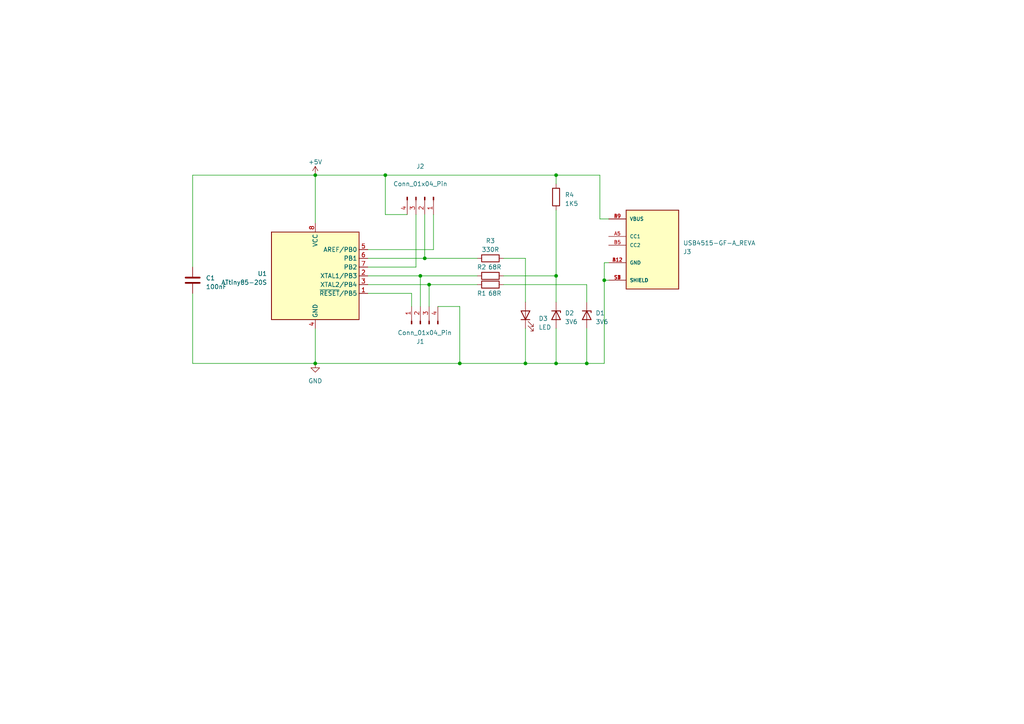
<source format=kicad_sch>
(kicad_sch (version 20230121) (generator eeschema)

  (uuid 2794446f-24fa-4481-a228-47f1426ff09f)

  (paper "A4")

  (lib_symbols
    (symbol "Connector:Conn_01x04_Pin" (pin_names (offset 1.016) hide) (in_bom yes) (on_board yes)
      (property "Reference" "J" (at 0 5.08 0)
        (effects (font (size 1.27 1.27)))
      )
      (property "Value" "Conn_01x04_Pin" (at 0 -7.62 0)
        (effects (font (size 1.27 1.27)))
      )
      (property "Footprint" "" (at 0 0 0)
        (effects (font (size 1.27 1.27)) hide)
      )
      (property "Datasheet" "~" (at 0 0 0)
        (effects (font (size 1.27 1.27)) hide)
      )
      (property "ki_locked" "" (at 0 0 0)
        (effects (font (size 1.27 1.27)))
      )
      (property "ki_keywords" "connector" (at 0 0 0)
        (effects (font (size 1.27 1.27)) hide)
      )
      (property "ki_description" "Generic connector, single row, 01x04, script generated" (at 0 0 0)
        (effects (font (size 1.27 1.27)) hide)
      )
      (property "ki_fp_filters" "Connector*:*_1x??_*" (at 0 0 0)
        (effects (font (size 1.27 1.27)) hide)
      )
      (symbol "Conn_01x04_Pin_1_1"
        (polyline
          (pts
            (xy 1.27 -5.08)
            (xy 0.8636 -5.08)
          )
          (stroke (width 0.1524) (type default))
          (fill (type none))
        )
        (polyline
          (pts
            (xy 1.27 -2.54)
            (xy 0.8636 -2.54)
          )
          (stroke (width 0.1524) (type default))
          (fill (type none))
        )
        (polyline
          (pts
            (xy 1.27 0)
            (xy 0.8636 0)
          )
          (stroke (width 0.1524) (type default))
          (fill (type none))
        )
        (polyline
          (pts
            (xy 1.27 2.54)
            (xy 0.8636 2.54)
          )
          (stroke (width 0.1524) (type default))
          (fill (type none))
        )
        (rectangle (start 0.8636 -4.953) (end 0 -5.207)
          (stroke (width 0.1524) (type default))
          (fill (type outline))
        )
        (rectangle (start 0.8636 -2.413) (end 0 -2.667)
          (stroke (width 0.1524) (type default))
          (fill (type outline))
        )
        (rectangle (start 0.8636 0.127) (end 0 -0.127)
          (stroke (width 0.1524) (type default))
          (fill (type outline))
        )
        (rectangle (start 0.8636 2.667) (end 0 2.413)
          (stroke (width 0.1524) (type default))
          (fill (type outline))
        )
        (pin passive line (at 5.08 2.54 180) (length 3.81)
          (name "Pin_1" (effects (font (size 1.27 1.27))))
          (number "1" (effects (font (size 1.27 1.27))))
        )
        (pin passive line (at 5.08 0 180) (length 3.81)
          (name "Pin_2" (effects (font (size 1.27 1.27))))
          (number "2" (effects (font (size 1.27 1.27))))
        )
        (pin passive line (at 5.08 -2.54 180) (length 3.81)
          (name "Pin_3" (effects (font (size 1.27 1.27))))
          (number "3" (effects (font (size 1.27 1.27))))
        )
        (pin passive line (at 5.08 -5.08 180) (length 3.81)
          (name "Pin_4" (effects (font (size 1.27 1.27))))
          (number "4" (effects (font (size 1.27 1.27))))
        )
      )
    )
    (symbol "Device:C" (pin_numbers hide) (pin_names (offset 0.254)) (in_bom yes) (on_board yes)
      (property "Reference" "C" (at 0.635 2.54 0)
        (effects (font (size 1.27 1.27)) (justify left))
      )
      (property "Value" "C" (at 0.635 -2.54 0)
        (effects (font (size 1.27 1.27)) (justify left))
      )
      (property "Footprint" "" (at 0.9652 -3.81 0)
        (effects (font (size 1.27 1.27)) hide)
      )
      (property "Datasheet" "~" (at 0 0 0)
        (effects (font (size 1.27 1.27)) hide)
      )
      (property "ki_keywords" "cap capacitor" (at 0 0 0)
        (effects (font (size 1.27 1.27)) hide)
      )
      (property "ki_description" "Unpolarized capacitor" (at 0 0 0)
        (effects (font (size 1.27 1.27)) hide)
      )
      (property "ki_fp_filters" "C_*" (at 0 0 0)
        (effects (font (size 1.27 1.27)) hide)
      )
      (symbol "C_0_1"
        (polyline
          (pts
            (xy -2.032 -0.762)
            (xy 2.032 -0.762)
          )
          (stroke (width 0.508) (type default))
          (fill (type none))
        )
        (polyline
          (pts
            (xy -2.032 0.762)
            (xy 2.032 0.762)
          )
          (stroke (width 0.508) (type default))
          (fill (type none))
        )
      )
      (symbol "C_1_1"
        (pin passive line (at 0 3.81 270) (length 2.794)
          (name "~" (effects (font (size 1.27 1.27))))
          (number "1" (effects (font (size 1.27 1.27))))
        )
        (pin passive line (at 0 -3.81 90) (length 2.794)
          (name "~" (effects (font (size 1.27 1.27))))
          (number "2" (effects (font (size 1.27 1.27))))
        )
      )
    )
    (symbol "Device:D_Zener" (pin_numbers hide) (pin_names (offset 1.016) hide) (in_bom yes) (on_board yes)
      (property "Reference" "D" (at 0 2.54 0)
        (effects (font (size 1.27 1.27)))
      )
      (property "Value" "D_Zener" (at 0 -2.54 0)
        (effects (font (size 1.27 1.27)))
      )
      (property "Footprint" "" (at 0 0 0)
        (effects (font (size 1.27 1.27)) hide)
      )
      (property "Datasheet" "~" (at 0 0 0)
        (effects (font (size 1.27 1.27)) hide)
      )
      (property "ki_keywords" "diode" (at 0 0 0)
        (effects (font (size 1.27 1.27)) hide)
      )
      (property "ki_description" "Zener diode" (at 0 0 0)
        (effects (font (size 1.27 1.27)) hide)
      )
      (property "ki_fp_filters" "TO-???* *_Diode_* *SingleDiode* D_*" (at 0 0 0)
        (effects (font (size 1.27 1.27)) hide)
      )
      (symbol "D_Zener_0_1"
        (polyline
          (pts
            (xy 1.27 0)
            (xy -1.27 0)
          )
          (stroke (width 0) (type default))
          (fill (type none))
        )
        (polyline
          (pts
            (xy -1.27 -1.27)
            (xy -1.27 1.27)
            (xy -0.762 1.27)
          )
          (stroke (width 0.254) (type default))
          (fill (type none))
        )
        (polyline
          (pts
            (xy 1.27 -1.27)
            (xy 1.27 1.27)
            (xy -1.27 0)
            (xy 1.27 -1.27)
          )
          (stroke (width 0.254) (type default))
          (fill (type none))
        )
      )
      (symbol "D_Zener_1_1"
        (pin passive line (at -3.81 0 0) (length 2.54)
          (name "K" (effects (font (size 1.27 1.27))))
          (number "1" (effects (font (size 1.27 1.27))))
        )
        (pin passive line (at 3.81 0 180) (length 2.54)
          (name "A" (effects (font (size 1.27 1.27))))
          (number "2" (effects (font (size 1.27 1.27))))
        )
      )
    )
    (symbol "Device:LED" (pin_numbers hide) (pin_names (offset 1.016) hide) (in_bom yes) (on_board yes)
      (property "Reference" "D" (at 0 2.54 0)
        (effects (font (size 1.27 1.27)))
      )
      (property "Value" "LED" (at 0 -2.54 0)
        (effects (font (size 1.27 1.27)))
      )
      (property "Footprint" "" (at 0 0 0)
        (effects (font (size 1.27 1.27)) hide)
      )
      (property "Datasheet" "~" (at 0 0 0)
        (effects (font (size 1.27 1.27)) hide)
      )
      (property "ki_keywords" "LED diode" (at 0 0 0)
        (effects (font (size 1.27 1.27)) hide)
      )
      (property "ki_description" "Light emitting diode" (at 0 0 0)
        (effects (font (size 1.27 1.27)) hide)
      )
      (property "ki_fp_filters" "LED* LED_SMD:* LED_THT:*" (at 0 0 0)
        (effects (font (size 1.27 1.27)) hide)
      )
      (symbol "LED_0_1"
        (polyline
          (pts
            (xy -1.27 -1.27)
            (xy -1.27 1.27)
          )
          (stroke (width 0.254) (type default))
          (fill (type none))
        )
        (polyline
          (pts
            (xy -1.27 0)
            (xy 1.27 0)
          )
          (stroke (width 0) (type default))
          (fill (type none))
        )
        (polyline
          (pts
            (xy 1.27 -1.27)
            (xy 1.27 1.27)
            (xy -1.27 0)
            (xy 1.27 -1.27)
          )
          (stroke (width 0.254) (type default))
          (fill (type none))
        )
        (polyline
          (pts
            (xy -3.048 -0.762)
            (xy -4.572 -2.286)
            (xy -3.81 -2.286)
            (xy -4.572 -2.286)
            (xy -4.572 -1.524)
          )
          (stroke (width 0) (type default))
          (fill (type none))
        )
        (polyline
          (pts
            (xy -1.778 -0.762)
            (xy -3.302 -2.286)
            (xy -2.54 -2.286)
            (xy -3.302 -2.286)
            (xy -3.302 -1.524)
          )
          (stroke (width 0) (type default))
          (fill (type none))
        )
      )
      (symbol "LED_1_1"
        (pin passive line (at -3.81 0 0) (length 2.54)
          (name "K" (effects (font (size 1.27 1.27))))
          (number "1" (effects (font (size 1.27 1.27))))
        )
        (pin passive line (at 3.81 0 180) (length 2.54)
          (name "A" (effects (font (size 1.27 1.27))))
          (number "2" (effects (font (size 1.27 1.27))))
        )
      )
    )
    (symbol "Device:R" (pin_numbers hide) (pin_names (offset 0)) (in_bom yes) (on_board yes)
      (property "Reference" "R" (at 2.032 0 90)
        (effects (font (size 1.27 1.27)))
      )
      (property "Value" "R" (at 0 0 90)
        (effects (font (size 1.27 1.27)))
      )
      (property "Footprint" "" (at -1.778 0 90)
        (effects (font (size 1.27 1.27)) hide)
      )
      (property "Datasheet" "~" (at 0 0 0)
        (effects (font (size 1.27 1.27)) hide)
      )
      (property "ki_keywords" "R res resistor" (at 0 0 0)
        (effects (font (size 1.27 1.27)) hide)
      )
      (property "ki_description" "Resistor" (at 0 0 0)
        (effects (font (size 1.27 1.27)) hide)
      )
      (property "ki_fp_filters" "R_*" (at 0 0 0)
        (effects (font (size 1.27 1.27)) hide)
      )
      (symbol "R_0_1"
        (rectangle (start -1.016 -2.54) (end 1.016 2.54)
          (stroke (width 0.254) (type default))
          (fill (type none))
        )
      )
      (symbol "R_1_1"
        (pin passive line (at 0 3.81 270) (length 1.27)
          (name "~" (effects (font (size 1.27 1.27))))
          (number "1" (effects (font (size 1.27 1.27))))
        )
        (pin passive line (at 0 -3.81 90) (length 1.27)
          (name "~" (effects (font (size 1.27 1.27))))
          (number "2" (effects (font (size 1.27 1.27))))
        )
      )
    )
    (symbol "MCU_Microchip_ATtiny:ATtiny85-20S" (in_bom yes) (on_board yes)
      (property "Reference" "U" (at -12.7 13.97 0)
        (effects (font (size 1.27 1.27)) (justify left bottom))
      )
      (property "Value" "ATtiny85-20S" (at 2.54 -13.97 0)
        (effects (font (size 1.27 1.27)) (justify left top))
      )
      (property "Footprint" "Package_SO:SOIC-8W_5.3x5.3mm_P1.27mm" (at 0 0 0)
        (effects (font (size 1.27 1.27) italic) hide)
      )
      (property "Datasheet" "http://ww1.microchip.com/downloads/en/DeviceDoc/atmel-2586-avr-8-bit-microcontroller-attiny25-attiny45-attiny85_datasheet.pdf" (at 0 0 0)
        (effects (font (size 1.27 1.27)) hide)
      )
      (property "ki_keywords" "AVR 8bit Microcontroller tinyAVR" (at 0 0 0)
        (effects (font (size 1.27 1.27)) hide)
      )
      (property "ki_description" "20MHz, 8kB Flash, 512B SRAM, 512B EEPROM, debugWIRE, SOIC-8W" (at 0 0 0)
        (effects (font (size 1.27 1.27)) hide)
      )
      (property "ki_fp_filters" "SOIC*5.3x5.3mm*P1.27mm*" (at 0 0 0)
        (effects (font (size 1.27 1.27)) hide)
      )
      (symbol "ATtiny85-20S_0_1"
        (rectangle (start -12.7 -12.7) (end 12.7 12.7)
          (stroke (width 0.254) (type default))
          (fill (type background))
        )
      )
      (symbol "ATtiny85-20S_1_1"
        (pin bidirectional line (at 15.24 -5.08 180) (length 2.54)
          (name "~{RESET}/PB5" (effects (font (size 1.27 1.27))))
          (number "1" (effects (font (size 1.27 1.27))))
        )
        (pin bidirectional line (at 15.24 0 180) (length 2.54)
          (name "XTAL1/PB3" (effects (font (size 1.27 1.27))))
          (number "2" (effects (font (size 1.27 1.27))))
        )
        (pin bidirectional line (at 15.24 -2.54 180) (length 2.54)
          (name "XTAL2/PB4" (effects (font (size 1.27 1.27))))
          (number "3" (effects (font (size 1.27 1.27))))
        )
        (pin power_in line (at 0 -15.24 90) (length 2.54)
          (name "GND" (effects (font (size 1.27 1.27))))
          (number "4" (effects (font (size 1.27 1.27))))
        )
        (pin bidirectional line (at 15.24 7.62 180) (length 2.54)
          (name "AREF/PB0" (effects (font (size 1.27 1.27))))
          (number "5" (effects (font (size 1.27 1.27))))
        )
        (pin bidirectional line (at 15.24 5.08 180) (length 2.54)
          (name "PB1" (effects (font (size 1.27 1.27))))
          (number "6" (effects (font (size 1.27 1.27))))
        )
        (pin bidirectional line (at 15.24 2.54 180) (length 2.54)
          (name "PB2" (effects (font (size 1.27 1.27))))
          (number "7" (effects (font (size 1.27 1.27))))
        )
        (pin power_in line (at 0 15.24 270) (length 2.54)
          (name "VCC" (effects (font (size 1.27 1.27))))
          (number "8" (effects (font (size 1.27 1.27))))
        )
      )
    )
    (symbol "USB4515-GF-A_REVA:USB4515-GF-A_REVA" (pin_names (offset 1.016)) (in_bom yes) (on_board yes)
      (property "Reference" "J" (at -7.62 10.922 0)
        (effects (font (size 1.27 1.27)) (justify left bottom))
      )
      (property "Value" "USB4515-GF-A_REVA" (at -7.62 -13.462 0)
        (effects (font (size 1.27 1.27)) (justify left top))
      )
      (property "Footprint" "GCT_USB4515-GF-A_REVA" (at 0 0 0)
        (effects (font (size 1.27 1.27)) (justify bottom) hide)
      )
      (property "Datasheet" "" (at 0 0 0)
        (effects (font (size 1.27 1.27)) hide)
      )
      (property "PARTREV" "A" (at 0 0 0)
        (effects (font (size 1.27 1.27)) (justify bottom) hide)
      )
      (property "MANUFACTURER" "GCT" (at 0 0 0)
        (effects (font (size 1.27 1.27)) (justify bottom) hide)
      )
      (property "MAXIMUM_PACKAGE_HEIGHT" "3.16 mm" (at 0 0 0)
        (effects (font (size 1.27 1.27)) (justify bottom) hide)
      )
      (property "STANDARD" "Manufacturer Recommendations" (at 0 0 0)
        (effects (font (size 1.27 1.27)) (justify bottom) hide)
      )
      (symbol "USB4515-GF-A_REVA_0_0"
        (rectangle (start -7.62 -12.7) (end 7.62 10.16)
          (stroke (width 0.254) (type default))
          (fill (type background))
        )
        (pin power_in line (at 12.7 -5.08 180) (length 5.08)
          (name "GND" (effects (font (size 1.016 1.016))))
          (number "A12" (effects (font (size 1.016 1.016))))
        )
        (pin passive line (at 12.7 2.54 180) (length 5.08)
          (name "CC1" (effects (font (size 1.016 1.016))))
          (number "A5" (effects (font (size 1.016 1.016))))
        )
        (pin power_in line (at 12.7 7.62 180) (length 5.08)
          (name "VBUS" (effects (font (size 1.016 1.016))))
          (number "A9" (effects (font (size 1.016 1.016))))
        )
        (pin power_in line (at 12.7 -5.08 180) (length 5.08)
          (name "GND" (effects (font (size 1.016 1.016))))
          (number "B12" (effects (font (size 1.016 1.016))))
        )
        (pin passive line (at 12.7 0 180) (length 5.08)
          (name "CC2" (effects (font (size 1.016 1.016))))
          (number "B5" (effects (font (size 1.016 1.016))))
        )
        (pin power_in line (at 12.7 7.62 180) (length 5.08)
          (name "VBUS" (effects (font (size 1.016 1.016))))
          (number "B9" (effects (font (size 1.016 1.016))))
        )
        (pin power_in line (at 12.7 -10.16 180) (length 5.08)
          (name "SHIELD" (effects (font (size 1.016 1.016))))
          (number "S1" (effects (font (size 1.016 1.016))))
        )
        (pin power_in line (at 12.7 -10.16 180) (length 5.08)
          (name "SHIELD" (effects (font (size 1.016 1.016))))
          (number "S2" (effects (font (size 1.016 1.016))))
        )
        (pin power_in line (at 12.7 -10.16 180) (length 5.08)
          (name "SHIELD" (effects (font (size 1.016 1.016))))
          (number "S3" (effects (font (size 1.016 1.016))))
        )
        (pin power_in line (at 12.7 -10.16 180) (length 5.08)
          (name "SHIELD" (effects (font (size 1.016 1.016))))
          (number "S4" (effects (font (size 1.016 1.016))))
        )
      )
    )
    (symbol "power:+5V" (power) (pin_names (offset 0)) (in_bom yes) (on_board yes)
      (property "Reference" "#PWR" (at 0 -3.81 0)
        (effects (font (size 1.27 1.27)) hide)
      )
      (property "Value" "+5V" (at 0 3.556 0)
        (effects (font (size 1.27 1.27)))
      )
      (property "Footprint" "" (at 0 0 0)
        (effects (font (size 1.27 1.27)) hide)
      )
      (property "Datasheet" "" (at 0 0 0)
        (effects (font (size 1.27 1.27)) hide)
      )
      (property "ki_keywords" "global power" (at 0 0 0)
        (effects (font (size 1.27 1.27)) hide)
      )
      (property "ki_description" "Power symbol creates a global label with name \"+5V\"" (at 0 0 0)
        (effects (font (size 1.27 1.27)) hide)
      )
      (symbol "+5V_0_1"
        (polyline
          (pts
            (xy -0.762 1.27)
            (xy 0 2.54)
          )
          (stroke (width 0) (type default))
          (fill (type none))
        )
        (polyline
          (pts
            (xy 0 0)
            (xy 0 2.54)
          )
          (stroke (width 0) (type default))
          (fill (type none))
        )
        (polyline
          (pts
            (xy 0 2.54)
            (xy 0.762 1.27)
          )
          (stroke (width 0) (type default))
          (fill (type none))
        )
      )
      (symbol "+5V_1_1"
        (pin power_in line (at 0 0 90) (length 0) hide
          (name "+5V" (effects (font (size 1.27 1.27))))
          (number "1" (effects (font (size 1.27 1.27))))
        )
      )
    )
    (symbol "power:GND" (power) (pin_names (offset 0)) (in_bom yes) (on_board yes)
      (property "Reference" "#PWR" (at 0 -6.35 0)
        (effects (font (size 1.27 1.27)) hide)
      )
      (property "Value" "GND" (at 0 -3.81 0)
        (effects (font (size 1.27 1.27)))
      )
      (property "Footprint" "" (at 0 0 0)
        (effects (font (size 1.27 1.27)) hide)
      )
      (property "Datasheet" "" (at 0 0 0)
        (effects (font (size 1.27 1.27)) hide)
      )
      (property "ki_keywords" "global power" (at 0 0 0)
        (effects (font (size 1.27 1.27)) hide)
      )
      (property "ki_description" "Power symbol creates a global label with name \"GND\" , ground" (at 0 0 0)
        (effects (font (size 1.27 1.27)) hide)
      )
      (symbol "GND_0_1"
        (polyline
          (pts
            (xy 0 0)
            (xy 0 -1.27)
            (xy 1.27 -1.27)
            (xy 0 -2.54)
            (xy -1.27 -1.27)
            (xy 0 -1.27)
          )
          (stroke (width 0) (type default))
          (fill (type none))
        )
      )
      (symbol "GND_1_1"
        (pin power_in line (at 0 0 270) (length 0) hide
          (name "GND" (effects (font (size 1.27 1.27))))
          (number "1" (effects (font (size 1.27 1.27))))
        )
      )
    )
  )


  (junction (at 121.92 80.01) (diameter 0) (color 0 0 0 0)
    (uuid 10a602fb-fc77-4f51-b07e-c1856f804cf6)
  )
  (junction (at 111.76 50.8) (diameter 0) (color 0 0 0 0)
    (uuid 126ba619-19e7-4203-8796-954c96b3ffee)
  )
  (junction (at 124.46 82.55) (diameter 0) (color 0 0 0 0)
    (uuid 143358ee-98fb-4f29-aacb-88af6181dfcf)
  )
  (junction (at 152.4 105.41) (diameter 0) (color 0 0 0 0)
    (uuid 27dbbd86-f6e5-4044-b796-7ba56749e457)
  )
  (junction (at 170.18 105.41) (diameter 0) (color 0 0 0 0)
    (uuid 43aa3370-4581-4904-986b-4bec2dcc784d)
  )
  (junction (at 133.35 105.41) (diameter 0) (color 0 0 0 0)
    (uuid 56359164-2a62-4e73-8c84-38efbcfb7725)
  )
  (junction (at 123.19 74.93) (diameter 0) (color 0 0 0 0)
    (uuid 5faf4a99-7c6e-43a9-ba1d-1b31805b93eb)
  )
  (junction (at 161.29 80.01) (diameter 0) (color 0 0 0 0)
    (uuid 756dd683-921f-43d8-a89c-608d27bfb37a)
  )
  (junction (at 91.44 105.41) (diameter 0) (color 0 0 0 0)
    (uuid 7ea8aab0-09ee-42c3-b5c1-fe30ee349c3f)
  )
  (junction (at 91.44 50.8) (diameter 0) (color 0 0 0 0)
    (uuid c6c263b4-dfdc-49ef-9e8e-d1b4ff63008d)
  )
  (junction (at 161.29 50.8) (diameter 0) (color 0 0 0 0)
    (uuid cb5a276c-94a3-49f6-a1c8-1506dca254de)
  )
  (junction (at 161.29 105.41) (diameter 0) (color 0 0 0 0)
    (uuid ed8f6c21-cf59-4609-b674-9dd62f3dba89)
  )
  (junction (at 175.26 81.28) (diameter 0) (color 0 0 0 0)
    (uuid f1de873b-2195-4b63-8cc6-94b9362856d8)
  )

  (wire (pts (xy 124.46 82.55) (xy 124.46 88.9))
    (stroke (width 0) (type default))
    (uuid 0042dc17-c50d-40f7-a2e7-951e9e2ff157)
  )
  (wire (pts (xy 125.73 72.39) (xy 106.68 72.39))
    (stroke (width 0) (type default))
    (uuid 00e484b6-7b56-48ee-a662-e672c6a37986)
  )
  (wire (pts (xy 146.05 80.01) (xy 161.29 80.01))
    (stroke (width 0) (type default))
    (uuid 11b8bb47-248d-4d10-a9b0-106b728f486f)
  )
  (wire (pts (xy 55.88 105.41) (xy 91.44 105.41))
    (stroke (width 0) (type default))
    (uuid 1b9280fd-1c8f-47c5-be54-dfed452e0521)
  )
  (wire (pts (xy 146.05 82.55) (xy 170.18 82.55))
    (stroke (width 0) (type default))
    (uuid 1b9e3c60-00a3-4026-876a-c46b256c58d8)
  )
  (wire (pts (xy 106.68 80.01) (xy 121.92 80.01))
    (stroke (width 0) (type default))
    (uuid 1c843be5-d1a7-4d71-94d6-912cb1d204d8)
  )
  (wire (pts (xy 123.19 74.93) (xy 123.19 62.23))
    (stroke (width 0) (type default))
    (uuid 1de4cd79-93b4-4016-9040-7dc94ba6dbec)
  )
  (wire (pts (xy 106.68 85.09) (xy 119.38 85.09))
    (stroke (width 0) (type default))
    (uuid 2735f4d3-d32d-422a-a799-f39411a50f73)
  )
  (wire (pts (xy 119.38 85.09) (xy 119.38 88.9))
    (stroke (width 0) (type default))
    (uuid 30b35e29-d5ea-452e-bc98-18d47bef0f82)
  )
  (wire (pts (xy 111.76 50.8) (xy 91.44 50.8))
    (stroke (width 0) (type default))
    (uuid 3154a8fa-8eba-46c5-82f8-6bdcb9e8836f)
  )
  (wire (pts (xy 161.29 60.96) (xy 161.29 80.01))
    (stroke (width 0) (type default))
    (uuid 31675065-24b2-4506-b411-16bd8b044851)
  )
  (wire (pts (xy 120.65 77.47) (xy 120.65 62.23))
    (stroke (width 0) (type default))
    (uuid 36be6168-679c-48bd-8ba4-802f3aa5fc9d)
  )
  (wire (pts (xy 175.26 105.41) (xy 170.18 105.41))
    (stroke (width 0) (type default))
    (uuid 3918fa61-0dcd-4c13-a6c7-179019b821b4)
  )
  (wire (pts (xy 121.92 80.01) (xy 121.92 88.9))
    (stroke (width 0) (type default))
    (uuid 4810925a-fc45-4335-a1c6-93a687f36834)
  )
  (wire (pts (xy 106.68 77.47) (xy 120.65 77.47))
    (stroke (width 0) (type default))
    (uuid 4b7255f9-299a-46cb-b234-6d48a38c4457)
  )
  (wire (pts (xy 170.18 95.25) (xy 170.18 105.41))
    (stroke (width 0) (type default))
    (uuid 4ffd8344-26cb-4c31-b4b3-a0b4df678881)
  )
  (wire (pts (xy 106.68 74.93) (xy 123.19 74.93))
    (stroke (width 0) (type default))
    (uuid 50a93584-6ba8-488a-be6f-06b686a0bd41)
  )
  (wire (pts (xy 133.35 88.9) (xy 133.35 105.41))
    (stroke (width 0) (type default))
    (uuid 563a05eb-908c-4e98-9db8-cc4d7663e2c4)
  )
  (wire (pts (xy 161.29 53.34) (xy 161.29 50.8))
    (stroke (width 0) (type default))
    (uuid 587cd01e-bcda-488f-bccc-d16f526c428a)
  )
  (wire (pts (xy 121.92 80.01) (xy 138.43 80.01))
    (stroke (width 0) (type default))
    (uuid 59c1063e-52d9-4b6d-b759-3b42f3fcf16e)
  )
  (wire (pts (xy 127 88.9) (xy 133.35 88.9))
    (stroke (width 0) (type default))
    (uuid 5bd1e199-a92d-4095-a25a-cdf8d7063f9a)
  )
  (wire (pts (xy 133.35 105.41) (xy 91.44 105.41))
    (stroke (width 0) (type default))
    (uuid 5c5ca5bb-cdd6-48c9-ad65-3303f2b29d28)
  )
  (wire (pts (xy 91.44 95.25) (xy 91.44 105.41))
    (stroke (width 0) (type default))
    (uuid 60404e3a-716f-4dbf-a34c-bf814c9b1653)
  )
  (wire (pts (xy 152.4 105.41) (xy 133.35 105.41))
    (stroke (width 0) (type default))
    (uuid 6343581d-e380-490f-9d4c-1b54e73704dd)
  )
  (wire (pts (xy 91.44 50.8) (xy 91.44 64.77))
    (stroke (width 0) (type default))
    (uuid 64b97210-260f-47b0-9a10-dddd59cf2457)
  )
  (wire (pts (xy 173.99 63.5) (xy 173.99 50.8))
    (stroke (width 0) (type default))
    (uuid 70f9aee0-84ae-45cc-9bd6-f35ae2e87009)
  )
  (wire (pts (xy 175.26 76.2) (xy 175.26 81.28))
    (stroke (width 0) (type default))
    (uuid 758a2c9d-a125-4f95-97ad-c99fe11ba37d)
  )
  (wire (pts (xy 124.46 82.55) (xy 138.43 82.55))
    (stroke (width 0) (type default))
    (uuid 8424cbc5-9185-46f4-b975-c05f5eda2d50)
  )
  (wire (pts (xy 152.4 95.25) (xy 152.4 105.41))
    (stroke (width 0) (type default))
    (uuid 90424937-c320-4bf1-96bb-1c5727b11ad2)
  )
  (wire (pts (xy 146.05 74.93) (xy 152.4 74.93))
    (stroke (width 0) (type default))
    (uuid 912b2779-b4d3-4647-bc80-e44dce8d3b79)
  )
  (wire (pts (xy 55.88 85.09) (xy 55.88 105.41))
    (stroke (width 0) (type default))
    (uuid a652eaa2-94fb-447f-b14d-e45db8ecd9b9)
  )
  (wire (pts (xy 111.76 62.23) (xy 111.76 50.8))
    (stroke (width 0) (type default))
    (uuid a749e629-ca96-4cd9-a674-1342542a9934)
  )
  (wire (pts (xy 176.53 76.2) (xy 175.26 76.2))
    (stroke (width 0) (type default))
    (uuid aa9ad778-2e75-468d-ab08-82e3f8a39bb2)
  )
  (wire (pts (xy 173.99 50.8) (xy 161.29 50.8))
    (stroke (width 0) (type default))
    (uuid b037b2d3-2010-4b29-8441-8cda01e265d6)
  )
  (wire (pts (xy 161.29 95.25) (xy 161.29 105.41))
    (stroke (width 0) (type default))
    (uuid b38dec11-d911-4689-ac38-04e3cfff117b)
  )
  (wire (pts (xy 125.73 62.23) (xy 125.73 72.39))
    (stroke (width 0) (type default))
    (uuid b42b0e1e-f7b8-4f6a-bb28-f716c5d04fa0)
  )
  (wire (pts (xy 161.29 105.41) (xy 152.4 105.41))
    (stroke (width 0) (type default))
    (uuid b7e1afaf-d458-47a3-94f1-793ec614afcb)
  )
  (wire (pts (xy 152.4 74.93) (xy 152.4 87.63))
    (stroke (width 0) (type default))
    (uuid bcebdbe0-711b-4ac3-8ec1-6b3360e58ce2)
  )
  (wire (pts (xy 175.26 81.28) (xy 175.26 105.41))
    (stroke (width 0) (type default))
    (uuid bf870fec-a096-4810-a4e5-11f0355ca831)
  )
  (wire (pts (xy 106.68 82.55) (xy 124.46 82.55))
    (stroke (width 0) (type default))
    (uuid c3f35a48-93d4-4d96-b50b-e3ac80e9ac56)
  )
  (wire (pts (xy 176.53 63.5) (xy 173.99 63.5))
    (stroke (width 0) (type default))
    (uuid cfc0ed1f-309e-4129-935e-2fafb519fc01)
  )
  (wire (pts (xy 123.19 74.93) (xy 138.43 74.93))
    (stroke (width 0) (type default))
    (uuid d2d58a81-bbdc-484b-a4f6-b96464e80e81)
  )
  (wire (pts (xy 118.11 62.23) (xy 111.76 62.23))
    (stroke (width 0) (type default))
    (uuid d4114b75-dd93-442d-b554-e114d34e0786)
  )
  (wire (pts (xy 161.29 50.8) (xy 111.76 50.8))
    (stroke (width 0) (type default))
    (uuid e3abc55f-ea9a-4d53-9e44-4c11319ff2fd)
  )
  (wire (pts (xy 170.18 105.41) (xy 161.29 105.41))
    (stroke (width 0) (type default))
    (uuid ea2be51c-9db6-436f-b40e-23bfc2749836)
  )
  (wire (pts (xy 55.88 77.47) (xy 55.88 50.8))
    (stroke (width 0) (type default))
    (uuid eb284d39-0f30-4080-beba-f7fe92abb5b8)
  )
  (wire (pts (xy 161.29 80.01) (xy 161.29 87.63))
    (stroke (width 0) (type default))
    (uuid eb44ac2c-50b9-4239-8374-065700362675)
  )
  (wire (pts (xy 170.18 82.55) (xy 170.18 87.63))
    (stroke (width 0) (type default))
    (uuid f1f23c65-15c5-4b44-a1ce-b02821e59544)
  )
  (wire (pts (xy 55.88 50.8) (xy 91.44 50.8))
    (stroke (width 0) (type default))
    (uuid f31deebd-066e-4d45-b00d-178c7809abf9)
  )
  (wire (pts (xy 175.26 81.28) (xy 176.53 81.28))
    (stroke (width 0) (type default))
    (uuid f8bdb271-5551-41b5-b9fc-fde83de56111)
  )

  (symbol (lib_id "power:+5V") (at 91.44 50.8 0) (unit 1)
    (in_bom yes) (on_board yes) (dnp no) (fields_autoplaced)
    (uuid 1b389feb-04c2-4f52-9b3a-4f549191b00f)
    (property "Reference" "#PWR01" (at 91.44 54.61 0)
      (effects (font (size 1.27 1.27)) hide)
    )
    (property "Value" "+5V" (at 91.44 46.99 0)
      (effects (font (size 1.27 1.27)))
    )
    (property "Footprint" "" (at 91.44 50.8 0)
      (effects (font (size 1.27 1.27)) hide)
    )
    (property "Datasheet" "" (at 91.44 50.8 0)
      (effects (font (size 1.27 1.27)) hide)
    )
    (pin "1" (uuid 4cd79219-f94b-4ac2-a0eb-f47f1386d6b3))
    (instances
      (project "Atiny85_USB"
        (path "/2794446f-24fa-4481-a228-47f1426ff09f"
          (reference "#PWR01") (unit 1)
        )
      )
    )
  )

  (symbol (lib_id "Device:R") (at 142.24 80.01 90) (unit 1)
    (in_bom yes) (on_board yes) (dnp no)
    (uuid 1daee23b-846d-4d12-a125-981baddb20c1)
    (property "Reference" "R2" (at 139.7 77.47 90)
      (effects (font (size 1.27 1.27)))
    )
    (property "Value" "68R" (at 143.51 77.47 90)
      (effects (font (size 1.27 1.27)))
    )
    (property "Footprint" "Resistor_SMD:R_0805_2012Metric_Pad1.20x1.40mm_HandSolder" (at 142.24 81.788 90)
      (effects (font (size 1.27 1.27)) hide)
    )
    (property "Datasheet" "~" (at 142.24 80.01 0)
      (effects (font (size 1.27 1.27)) hide)
    )
    (pin "1" (uuid 3cf81576-cdff-48f3-a6c8-ed0833d8262e))
    (pin "2" (uuid 7148b77b-0b58-42b5-bff7-06a9f84753a1))
    (instances
      (project "Atiny85_USB"
        (path "/2794446f-24fa-4481-a228-47f1426ff09f"
          (reference "R2") (unit 1)
        )
      )
    )
  )

  (symbol (lib_id "Device:D_Zener") (at 161.29 91.44 270) (unit 1)
    (in_bom yes) (on_board yes) (dnp no) (fields_autoplaced)
    (uuid 21f5b8eb-68c7-434c-bd76-1f50c2c1bbe0)
    (property "Reference" "D2" (at 163.83 90.805 90)
      (effects (font (size 1.27 1.27)) (justify left))
    )
    (property "Value" "3V6" (at 163.83 93.345 90)
      (effects (font (size 1.27 1.27)) (justify left))
    )
    (property "Footprint" "Diode_SMD:D_0805_2012Metric_Pad1.15x1.40mm_HandSolder" (at 161.29 91.44 0)
      (effects (font (size 1.27 1.27)) hide)
    )
    (property "Datasheet" "~" (at 161.29 91.44 0)
      (effects (font (size 1.27 1.27)) hide)
    )
    (pin "1" (uuid a0673e53-c0f0-40d3-bd9e-461125cc3c3e))
    (pin "2" (uuid c05309df-c03e-4a24-9016-42ccff27e84c))
    (instances
      (project "Atiny85_USB"
        (path "/2794446f-24fa-4481-a228-47f1426ff09f"
          (reference "D2") (unit 1)
        )
      )
    )
  )

  (symbol (lib_id "Device:R") (at 142.24 82.55 90) (unit 1)
    (in_bom yes) (on_board yes) (dnp no)
    (uuid 3c272a04-96b0-46df-b975-f8066f235185)
    (property "Reference" "R1" (at 139.7 85.09 90)
      (effects (font (size 1.27 1.27)))
    )
    (property "Value" "68R" (at 143.51 85.09 90)
      (effects (font (size 1.27 1.27)))
    )
    (property "Footprint" "Resistor_SMD:R_0805_2012Metric_Pad1.20x1.40mm_HandSolder" (at 142.24 84.328 90)
      (effects (font (size 1.27 1.27)) hide)
    )
    (property "Datasheet" "~" (at 142.24 82.55 0)
      (effects (font (size 1.27 1.27)) hide)
    )
    (pin "1" (uuid fc88a10c-aee4-466e-ab57-d6e57b209e4f))
    (pin "2" (uuid 54c4adc0-a10c-4c96-b3e8-52f81e885cd9))
    (instances
      (project "Atiny85_USB"
        (path "/2794446f-24fa-4481-a228-47f1426ff09f"
          (reference "R1") (unit 1)
        )
      )
    )
  )

  (symbol (lib_id "Connector:Conn_01x04_Pin") (at 123.19 57.15 270) (unit 1)
    (in_bom yes) (on_board yes) (dnp no)
    (uuid 3f7e54cf-50f5-48c3-b1a0-724393cde9d5)
    (property "Reference" "J2" (at 121.92 48.26 90)
      (effects (font (size 1.27 1.27)))
    )
    (property "Value" "Conn_01x04_Pin" (at 121.92 53.34 90)
      (effects (font (size 1.27 1.27)))
    )
    (property "Footprint" "Connector_PinHeader_2.54mm:PinHeader_1x04_P2.54mm_Vertical" (at 123.19 57.15 0)
      (effects (font (size 1.27 1.27)) hide)
    )
    (property "Datasheet" "~" (at 123.19 57.15 0)
      (effects (font (size 1.27 1.27)) hide)
    )
    (pin "1" (uuid 505a6a49-4fcc-488a-8143-f515c7eed548))
    (pin "2" (uuid d279bf7d-eb9e-4cbe-8450-5de971fe124f))
    (pin "3" (uuid c6e196fe-1f32-48a8-92db-0c8f088f00ca))
    (pin "4" (uuid d63e2fe0-dbd1-4173-b999-83c46a71c720))
    (instances
      (project "Atiny85_USB"
        (path "/2794446f-24fa-4481-a228-47f1426ff09f"
          (reference "J2") (unit 1)
        )
      )
    )
  )

  (symbol (lib_id "Device:R") (at 142.24 74.93 90) (unit 1)
    (in_bom yes) (on_board yes) (dnp no) (fields_autoplaced)
    (uuid 57010527-6262-44db-bef5-e26499a98ff0)
    (property "Reference" "R3" (at 142.24 69.85 90)
      (effects (font (size 1.27 1.27)))
    )
    (property "Value" "330R" (at 142.24 72.39 90)
      (effects (font (size 1.27 1.27)))
    )
    (property "Footprint" "Resistor_SMD:R_0805_2012Metric_Pad1.20x1.40mm_HandSolder" (at 142.24 76.708 90)
      (effects (font (size 1.27 1.27)) hide)
    )
    (property "Datasheet" "~" (at 142.24 74.93 0)
      (effects (font (size 1.27 1.27)) hide)
    )
    (pin "1" (uuid 89e8889b-f4cd-49c5-b9db-0dfe880bf006))
    (pin "2" (uuid 578035b4-75b5-4c5b-ad66-4d8bf98daa43))
    (instances
      (project "Atiny85_USB"
        (path "/2794446f-24fa-4481-a228-47f1426ff09f"
          (reference "R3") (unit 1)
        )
      )
    )
  )

  (symbol (lib_id "Device:D_Zener") (at 170.18 91.44 270) (unit 1)
    (in_bom yes) (on_board yes) (dnp no) (fields_autoplaced)
    (uuid 7c9f7c1c-5344-4bb5-b114-f804bbc82052)
    (property "Reference" "D1" (at 172.72 90.805 90)
      (effects (font (size 1.27 1.27)) (justify left))
    )
    (property "Value" "3V6" (at 172.72 93.345 90)
      (effects (font (size 1.27 1.27)) (justify left))
    )
    (property "Footprint" "Diode_SMD:D_0805_2012Metric_Pad1.15x1.40mm_HandSolder" (at 170.18 91.44 0)
      (effects (font (size 1.27 1.27)) hide)
    )
    (property "Datasheet" "~" (at 170.18 91.44 0)
      (effects (font (size 1.27 1.27)) hide)
    )
    (pin "1" (uuid f43b1813-3bf0-419d-9be7-5b250188fd6d))
    (pin "2" (uuid 90bd2627-09c8-455b-b4c5-6dd6590fdb89))
    (instances
      (project "Atiny85_USB"
        (path "/2794446f-24fa-4481-a228-47f1426ff09f"
          (reference "D1") (unit 1)
        )
      )
    )
  )

  (symbol (lib_id "Device:R") (at 161.29 57.15 0) (unit 1)
    (in_bom yes) (on_board yes) (dnp no) (fields_autoplaced)
    (uuid 86ecaae5-62ed-43cc-9077-65f1d5ffd92f)
    (property "Reference" "R4" (at 163.83 56.515 0)
      (effects (font (size 1.27 1.27)) (justify left))
    )
    (property "Value" "1K5" (at 163.83 59.055 0)
      (effects (font (size 1.27 1.27)) (justify left))
    )
    (property "Footprint" "Resistor_SMD:R_0805_2012Metric_Pad1.20x1.40mm_HandSolder" (at 159.512 57.15 90)
      (effects (font (size 1.27 1.27)) hide)
    )
    (property "Datasheet" "~" (at 161.29 57.15 0)
      (effects (font (size 1.27 1.27)) hide)
    )
    (pin "1" (uuid ab3311db-4bfa-4dd3-ac6a-4cfe63238e75))
    (pin "2" (uuid 2926c880-7399-4522-8fb5-1b4301a8ed12))
    (instances
      (project "Atiny85_USB"
        (path "/2794446f-24fa-4481-a228-47f1426ff09f"
          (reference "R4") (unit 1)
        )
      )
    )
  )

  (symbol (lib_id "power:GND") (at 91.44 105.41 0) (unit 1)
    (in_bom yes) (on_board yes) (dnp no) (fields_autoplaced)
    (uuid 8e56558a-4fe5-42a7-b486-6efe506daf82)
    (property "Reference" "#PWR02" (at 91.44 111.76 0)
      (effects (font (size 1.27 1.27)) hide)
    )
    (property "Value" "GND" (at 91.44 110.49 0)
      (effects (font (size 1.27 1.27)))
    )
    (property "Footprint" "" (at 91.44 105.41 0)
      (effects (font (size 1.27 1.27)) hide)
    )
    (property "Datasheet" "" (at 91.44 105.41 0)
      (effects (font (size 1.27 1.27)) hide)
    )
    (pin "1" (uuid c361583b-ddd4-4b89-b39f-c2de87176ee6))
    (instances
      (project "Atiny85_USB"
        (path "/2794446f-24fa-4481-a228-47f1426ff09f"
          (reference "#PWR02") (unit 1)
        )
      )
    )
  )

  (symbol (lib_id "USB4515-GF-A_REVA:USB4515-GF-A_REVA") (at 189.23 71.12 0) (mirror y) (unit 1)
    (in_bom yes) (on_board yes) (dnp no)
    (uuid 9782087e-56c3-481d-b0cb-9be05a7cc59f)
    (property "Reference" "J3" (at 198.12 73.025 0)
      (effects (font (size 1.27 1.27)) (justify right))
    )
    (property "Value" "USB4515-GF-A_REVA" (at 198.12 70.485 0)
      (effects (font (size 1.27 1.27)) (justify right))
    )
    (property "Footprint" "USB4515-GF-A_REVA:GCT_USB4515-GF-A_REVA" (at 189.23 71.12 0)
      (effects (font (size 1.27 1.27)) (justify bottom) hide)
    )
    (property "Datasheet" "" (at 189.23 71.12 0)
      (effects (font (size 1.27 1.27)) hide)
    )
    (property "PARTREV" "A" (at 189.23 71.12 0)
      (effects (font (size 1.27 1.27)) (justify bottom) hide)
    )
    (property "MANUFACTURER" "GCT" (at 189.23 71.12 0)
      (effects (font (size 1.27 1.27)) (justify bottom) hide)
    )
    (property "MAXIMUM_PACKAGE_HEIGHT" "3.16 mm" (at 189.23 71.12 0)
      (effects (font (size 1.27 1.27)) (justify bottom) hide)
    )
    (property "STANDARD" "Manufacturer Recommendations" (at 189.23 71.12 0)
      (effects (font (size 1.27 1.27)) (justify bottom) hide)
    )
    (pin "A12" (uuid 6c2f31dd-fb01-4dd8-b06e-75bc8beca8f6))
    (pin "A5" (uuid 0d2be1d5-1222-4dcf-b6f3-818d84b8b6a9))
    (pin "A9" (uuid 0d2ab92d-8a49-40b0-9443-fac9f560d0a9))
    (pin "B12" (uuid 88dbaf76-524b-4520-97c9-f99089e3af11))
    (pin "B5" (uuid 05bcf402-7705-4002-b3e1-2b0d74662275))
    (pin "B9" (uuid a4020441-51dc-4e36-81c6-3d7cd4b29195))
    (pin "S1" (uuid 79946681-d0c0-461c-b700-b4b23b216bd2))
    (pin "S2" (uuid 66ea9327-0045-4501-9c50-ac400cfba61f))
    (pin "S3" (uuid 6aa41216-aa5b-49f4-abf6-d991db0707c6))
    (pin "S4" (uuid 42d10380-7aee-4028-8c41-cf74b6a590bd))
    (instances
      (project "Atiny85_USB"
        (path "/2794446f-24fa-4481-a228-47f1426ff09f"
          (reference "J3") (unit 1)
        )
      )
    )
  )

  (symbol (lib_id "Device:LED") (at 152.4 91.44 90) (unit 1)
    (in_bom yes) (on_board yes) (dnp no) (fields_autoplaced)
    (uuid 9e39cbed-c7cb-45b0-b2b1-d903c7a96625)
    (property "Reference" "D3" (at 156.21 92.3925 90)
      (effects (font (size 1.27 1.27)) (justify right))
    )
    (property "Value" "LED" (at 156.21 94.9325 90)
      (effects (font (size 1.27 1.27)) (justify right))
    )
    (property "Footprint" "LED_THT:LED_D3.0mm" (at 152.4 91.44 0)
      (effects (font (size 1.27 1.27)) hide)
    )
    (property "Datasheet" "~" (at 152.4 91.44 0)
      (effects (font (size 1.27 1.27)) hide)
    )
    (pin "1" (uuid 597115ea-9122-4150-83ea-333daa9f50f5))
    (pin "2" (uuid 0e1a39af-34fb-45d1-b208-4f57bfb6614a))
    (instances
      (project "Atiny85_USB"
        (path "/2794446f-24fa-4481-a228-47f1426ff09f"
          (reference "D3") (unit 1)
        )
      )
    )
  )

  (symbol (lib_id "Device:C") (at 55.88 81.28 0) (unit 1)
    (in_bom yes) (on_board yes) (dnp no) (fields_autoplaced)
    (uuid 9fc1e394-ccbc-4428-8309-a7dd4afbb99e)
    (property "Reference" "C1" (at 59.69 80.645 0)
      (effects (font (size 1.27 1.27)) (justify left))
    )
    (property "Value" "100nF" (at 59.69 83.185 0)
      (effects (font (size 1.27 1.27)) (justify left))
    )
    (property "Footprint" "Capacitor_SMD:C_0805_2012Metric_Pad1.18x1.45mm_HandSolder" (at 56.8452 85.09 0)
      (effects (font (size 1.27 1.27)) hide)
    )
    (property "Datasheet" "~" (at 55.88 81.28 0)
      (effects (font (size 1.27 1.27)) hide)
    )
    (pin "1" (uuid dc3dbf80-cca8-49a0-8a08-6af413acbf71))
    (pin "2" (uuid cc621417-1036-4550-a400-f054f4dc3db3))
    (instances
      (project "Atiny85_USB"
        (path "/2794446f-24fa-4481-a228-47f1426ff09f"
          (reference "C1") (unit 1)
        )
      )
    )
  )

  (symbol (lib_id "MCU_Microchip_ATtiny:ATtiny85-20S") (at 91.44 80.01 0) (unit 1)
    (in_bom yes) (on_board yes) (dnp no) (fields_autoplaced)
    (uuid bed422e1-395c-4ec2-ad92-89d6efb5daa3)
    (property "Reference" "U1" (at 77.47 79.375 0)
      (effects (font (size 1.27 1.27)) (justify right))
    )
    (property "Value" "ATtiny85-20S" (at 77.47 81.915 0)
      (effects (font (size 1.27 1.27)) (justify right))
    )
    (property "Footprint" "Package_SO:SOIC-8W_5.3x5.3mm_P1.27mm" (at 91.44 80.01 0)
      (effects (font (size 1.27 1.27) italic) hide)
    )
    (property "Datasheet" "http://ww1.microchip.com/downloads/en/DeviceDoc/atmel-2586-avr-8-bit-microcontroller-attiny25-attiny45-attiny85_datasheet.pdf" (at 91.44 80.01 0)
      (effects (font (size 1.27 1.27)) hide)
    )
    (pin "1" (uuid 645db397-27ec-420f-8fe6-1c2b9c4cf5e1))
    (pin "2" (uuid ace7c39f-f9f4-4b2d-abe2-c73448d5d6db))
    (pin "3" (uuid b42a22c5-7742-4ad8-abc0-58b7ac2306a7))
    (pin "4" (uuid ce0cbac5-e93f-44a6-bcaa-8dcc06906a63))
    (pin "5" (uuid c6401801-27c8-4f0d-b4da-573819b64b9b))
    (pin "6" (uuid 7eb910c3-5a27-463e-9cf9-96f0d19cb4a1))
    (pin "7" (uuid c0ff72eb-df6a-493b-b038-7dfd90051a9f))
    (pin "8" (uuid 117b5ca2-b3be-478b-8b65-373d1c4030d4))
    (instances
      (project "Atiny85_USB"
        (path "/2794446f-24fa-4481-a228-47f1426ff09f"
          (reference "U1") (unit 1)
        )
      )
    )
  )

  (symbol (lib_id "Connector:Conn_01x04_Pin") (at 121.92 93.98 90) (unit 1)
    (in_bom yes) (on_board yes) (dnp no)
    (uuid fe7354f5-7fb9-4b03-a7c0-be1c1b27ffd7)
    (property "Reference" "J1" (at 121.92 99.06 90)
      (effects (font (size 1.27 1.27)))
    )
    (property "Value" "Conn_01x04_Pin" (at 123.19 96.52 90)
      (effects (font (size 1.27 1.27)))
    )
    (property "Footprint" "Connector_PinHeader_2.54mm:PinHeader_1x04_P2.54mm_Vertical" (at 121.92 93.98 0)
      (effects (font (size 1.27 1.27)) hide)
    )
    (property "Datasheet" "~" (at 121.92 93.98 0)
      (effects (font (size 1.27 1.27)) hide)
    )
    (pin "1" (uuid efc08a8a-de66-450d-8331-ee637dd6b15f))
    (pin "2" (uuid 3041263e-8c96-4797-a874-576f9fb4e3e8))
    (pin "3" (uuid 10bcd5be-c741-4bac-b0be-3f790e6dd0b3))
    (pin "4" (uuid 81311996-911e-496f-9db6-5f2dc21fe37b))
    (instances
      (project "Atiny85_USB"
        (path "/2794446f-24fa-4481-a228-47f1426ff09f"
          (reference "J1") (unit 1)
        )
      )
    )
  )

  (sheet_instances
    (path "/" (page "1"))
  )
)

</source>
